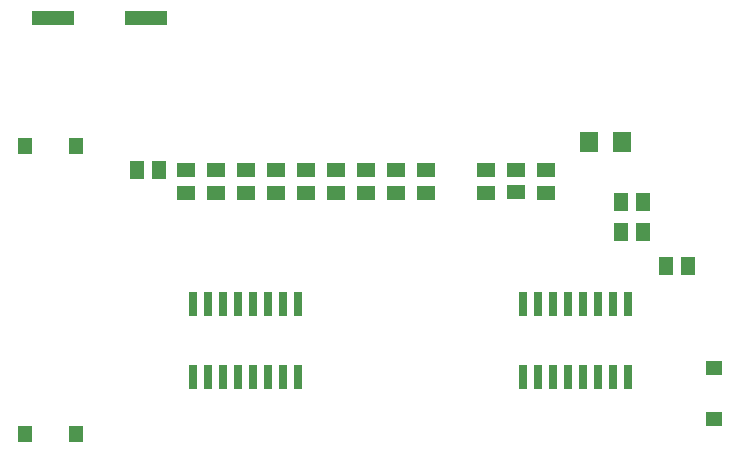
<source format=gbr>
G04 EAGLE Gerber RS-274X export*
G75*
%MOMM*%
%FSLAX34Y34*%
%LPD*%
%INSolderpaste Top*%
%IPPOS*%
%AMOC8*
5,1,8,0,0,1.08239X$1,22.5*%
G01*
%ADD10R,1.500000X1.300000*%
%ADD11R,3.600000X1.300000*%
%ADD12R,1.300000X1.500000*%
%ADD13R,0.660400X2.032000*%
%ADD14R,1.470000X1.270000*%
%ADD15R,1.270000X1.470000*%
%ADD16R,1.600000X1.800000*%


D10*
X304800Y338163D03*
X304800Y357163D03*
X279400Y338163D03*
X279400Y357163D03*
D11*
X65275Y485775D03*
X144025Y485775D03*
D10*
X177800Y338163D03*
X177800Y357163D03*
X203200Y338163D03*
X203200Y357163D03*
X228600Y338163D03*
X228600Y357163D03*
X254000Y338163D03*
X254000Y357163D03*
X330200Y338163D03*
X330200Y357163D03*
X355600Y338163D03*
X355600Y357163D03*
X381000Y338163D03*
X381000Y357163D03*
X431800Y338163D03*
X431800Y357163D03*
X482600Y357163D03*
X482600Y338163D03*
D12*
X546125Y304800D03*
X565125Y304800D03*
X584225Y276225D03*
X603225Y276225D03*
X546125Y330200D03*
X565125Y330200D03*
D13*
X184150Y181991D03*
X184150Y243459D03*
X196850Y181991D03*
X209550Y181991D03*
X196850Y243459D03*
X209550Y243459D03*
X222250Y181991D03*
X222250Y243459D03*
X234950Y181991D03*
X234950Y243459D03*
X247650Y181991D03*
X260350Y181991D03*
X247650Y243459D03*
X260350Y243459D03*
X273050Y181991D03*
X273050Y243459D03*
X463550Y181991D03*
X463550Y243459D03*
X476250Y181991D03*
X488950Y181991D03*
X476250Y243459D03*
X488950Y243459D03*
X501650Y181991D03*
X501650Y243459D03*
X514350Y181991D03*
X514350Y243459D03*
X527050Y181991D03*
X539750Y181991D03*
X527050Y243459D03*
X539750Y243459D03*
X552450Y181991D03*
X552450Y243459D03*
D14*
X625475Y146775D03*
X625475Y189775D03*
D15*
X42000Y377825D03*
X85000Y377825D03*
D16*
X547400Y381000D03*
X519400Y381000D03*
D15*
X42000Y133350D03*
X85000Y133350D03*
D10*
X457609Y338251D03*
X457609Y357251D03*
D12*
X136550Y356870D03*
X155550Y356870D03*
M02*

</source>
